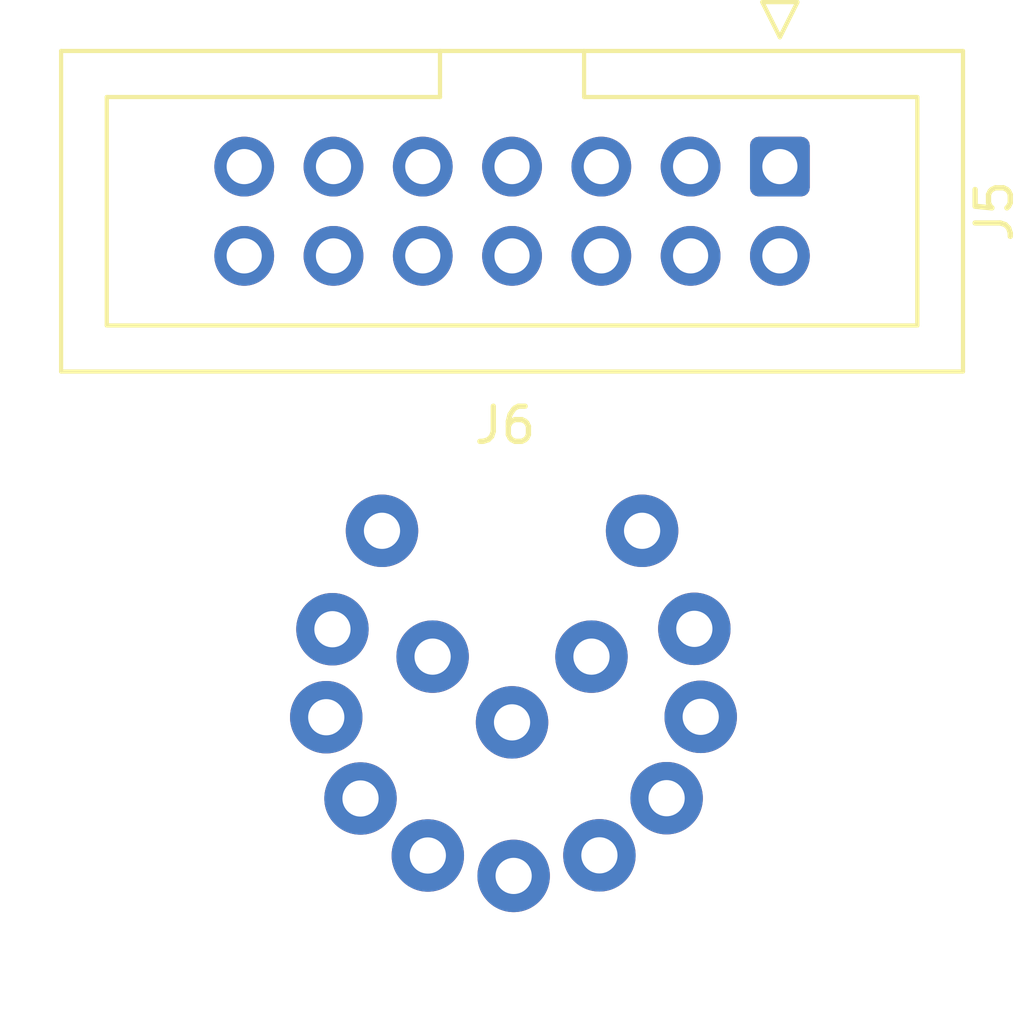
<source format=kicad_pcb>
(kicad_pcb (version 20210126) (generator pcbnew)
  (layers (0 "F.Cu" signal) (31 "B.Cu" signal) (34 "B.Paste" user) (35 "F.Paste" user) (36 "B.SilkS" user "B.Silkscreen") (37 "F.SilkS" user "F.Silkscreen") (38 "B.Mask" user) (39 "F.Mask" user) (44 "Edge.Cuts" user))
  (net 0 "")
  (net 1 "/FLOPPY_READY")
  (net 2 "/FLOPPY_READ_DATA")
  (net 3 "/FLOPPY_TRACK_00")
  (net 4 "/FLOPPY_WRITE_DATA")
  (net 5 "/FLOPPY_STEP_DIRECTION")
  (net 6 "/FLOPPY_SELECT_B")
  (net 7 "/FLOPPY_INDEX")
  (net 8 "/FLOPPY_SIDE_SELECT")
  (net 9 "/FLOPPY_WRITE_PROTECT")
  (net 10 "/FLOPPY_WRITE_GATE")
  (net 11 "/FLOPPY_STEP")
  (net 12 "/FLOPPY_MOTOR_ON")
  (net 13 "/FLOPPY_SELECT_A")
  (net 14 "/FLOPPY_DISKCHANGE")
  (net 15 "GND")
  (footprint "parts:DIN14" (layer "F.Cu") (at 123.825 73.365)
    (fp_text reference "J6" (at -0.2 -1.232988 unlocked) (layer "F.SilkS"))
    (fp_text value "ATARI")
    (pad "1" thru_hole circle (at 0.045497 11.585793 180) (size 2.06 2.06) (drill 1.03) (layers *.Cu *.Mask) (net 2 "/FLOPPY_READ_DATA"))
    (pad "2" thru_hole circle (at -2.396013 11.004971 180) (size 2.06 2.06) (drill 1.03) (layers *.Cu *.Mask) (net 8 "/FLOPPY_SIDE_SELECT"))
    (pad "3" thru_hole circle (at 2.485819 11 180) (size 2.06 2.06) (drill 1.03) (layers *.Cu *.Mask) (net 15 "GND"))
    (pad "4" thru_hole circle (at -4.311125 9.383037 180) (size 2.06 2.06) (drill 1.03) (layers *.Cu *.Mask) (net 7 "/FLOPPY_INDEX"))
    (pad "5" thru_hole circle (at 4.397625 9.374168 180) (size 2.06 2.06) (drill 1.03) (layers *.Cu *.Mask) (net 13 "/FLOPPY_SELECT_A"))
    (pad "6" thru_hole circle (at -5.286009 7.070478 180) (size 2.06 2.06) (drill 1.03) (layers *.Cu *.Mask) (net 6 "/FLOPPY_SELECT_B"))
    (pad "7" thru_hole circle (at 5.367797 7.059628 180) (size 2.06 2.06) (drill 1.03) (layers *.Cu *.Mask) (net 15 "GND"))
    (pad "8" thru_hole circle (at -5.11 4.567012 180) (size 2.06 2.06) (drill 1.03) (layers *.Cu *.Mask) (net 12 "/FLOPPY_MOTOR_ON"))
    (pad "9" thru_hole circle (at 5.186688 4.556528 180) (size 2.06 2.06) (drill 1.03) (layers *.Cu *.Mask) (net 5 "/FLOPPY_STEP_DIRECTION"))
    (pad "10" thru_hole circle (at -3.7 1.767012 180) (size 2.06 2.06) (drill 1.03) (layers *.Cu *.Mask) (net 11 "/FLOPPY_STEP"))
    (pad "11" thru_hole circle (at 3.7 1.767012 180) (size 2.06 2.06) (drill 1.03) (layers *.Cu *.Mask) (net 4 "/FLOPPY_WRITE_DATA"))
    (pad "12" thru_hole circle (at -2.26 5.347012 180) (size 2.06 2.06) (drill 1.03) (layers *.Cu *.Mask) (net 10 "/FLOPPY_WRITE_GATE"))
    (pad "13" thru_hole circle (at 2.26 5.347012 180) (size 2.06 2.06) (drill 1.03) (layers *.Cu *.Mask) (net 3 "/FLOPPY_TRACK_00"))
    (pad "14" thru_hole circle (at 0 7.217012 180) (size 2.06 2.06) (drill 1.03) (layers *.Cu *.Mask) (net 9 "/FLOPPY_WRITE_PROTECT"))
  )
  (footprint "Connector_IDC:IDC-Header_2x07_P2.54mm_Vertical" (layer "F.Cu") (at 131.445 64.77 -90)
    (fp_text reference "J5" (at 1.27 -6.1 90) (layer "F.SilkS"))
    (fp_text value "ADAPTER")
    (fp_line (start -4.68 0.5) (end -3.68 0) (layer "F.SilkS") (width 0.12))
    (fp_line (start -3.29 20.45) (end -3.29 -5.21) (layer "F.SilkS") (width 0.12))
    (fp_line (start -3.68 0) (end -4.68 -0.5) (layer "F.SilkS") (width 0.12))
    (fp_line (start -3.29 5.57) (end -1.98 5.57) (layer "F.SilkS") (width 0.12))
    (fp_line (start -1.98 5.57) (end -1.98 -3.91) (layer "F.SilkS") (width 0.12))
    (fp_line (start -3.29 -5.21) (end 5.83 -5.21) (layer "F.SilkS") (width 0.12))
    (fp_line (start -1.98 19.15) (end -1.98 9.67) (layer "F.SilkS") (width 0.12))
    (fp_line (start 4.52 19.15) (end -1.98 19.15) (layer "F.SilkS") (width 0.12))
    (fp_line (start -4.68 -0.5) (end -4.68 0.5) (layer "F.SilkS") (width 0.12))
    (fp_line (start -1.98 -3.91) (end 4.52 -3.91) (layer "F.SilkS") (width 0.12))
    (fp_line (start -1.98 9.67) (end -3.29 9.67) (layer "F.SilkS") (width 0.12))
    (fp_line (start 4.52 -3.91) (end 4.52 19.15) (layer "F.SilkS") (width 0.12))
    (fp_line (start 5.83 -5.21) (end 5.83 20.45) (layer "F.SilkS") (width 0.12))
    (fp_line (start -1.98 9.67) (end -1.98 9.67) (layer "F.SilkS") (width 0.12))
    (fp_line (start 5.83 20.45) (end -3.29 20.45) (layer "F.SilkS") (width 0.12))
    (pad "1" thru_hole roundrect (at 0 0 270) (size 1.7 1.7) (drill 1) (layers *.Cu *.Mask) (roundrect_rratio 0.147059) (net 14 "/FLOPPY_DISKCHANGE"))
    (pad "2" thru_hole circle (at 2.54 0 270) (size 1.7 1.7) (drill 1) (layers *.Cu *.Mask) (net 7 "/FLOPPY_INDEX"))
    (pad "3" thru_hole circle (at 0 2.54 270) (size 1.7 1.7) (drill 1) (layers *.Cu *.Mask) (net 13 "/FLOPPY_SELECT_A"))
    (pad "4" thru_hole circle (at 2.54 2.54 270) (size 1.7 1.7) (drill 1) (layers *.Cu *.Mask) (net 6 "/FLOPPY_SELECT_B"))
    (pad "5" thru_hole circle (at 0 5.08 270) (size 1.7 1.7) (drill 1) (layers *.Cu *.Mask) (net 12 "/FLOPPY_MOTOR_ON"))
    (pad "6" thru_hole circle (at 2.54 5.08 270) (size 1.7 1.7) (drill 1) (layers *.Cu *.Mask) (net 5 "/FLOPPY_STEP_DIRECTION"))
    (pad "7" thru_hole circle (at 0 7.62 270) (size 1.7 1.7) (drill 1) (layers *.Cu *.Mask) (net 11 "/FLOPPY_STEP"))
    (pad "8" thru_hole circle (at 2.54 7.62 270) (size 1.7 1.7) (drill 1) (layers *.Cu *.Mask) (net 4 "/FLOPPY_WRITE_DATA"))
    (pad "9" thru_hole circle (at 0 10.16 270) (size 1.7 1.7) (drill 1) (layers *.Cu *.Mask) (net 10 "/FLOPPY_WRITE_GATE"))
    (pad "10" thru_hole circle (at 2.54 10.16 270) (size 1.7 1.7) (drill 1) (layers *.Cu *.Mask) (net 3 "/FLOPPY_TRACK_00"))
    (pad "11" thru_hole circle (at 0 12.7 270) (size 1.7 1.7) (drill 1) (layers *.Cu *.Mask) (net 9 "/FLOPPY_WRITE_PROTECT"))
    (pad "12" thru_hole circle (at 2.54 12.7 270) (size 1.7 1.7) (drill 1) (layers *.Cu *.Mask) (net 2 "/FLOPPY_READ_DATA"))
    (pad "13" thru_hole circle (at 0 15.24 270) (size 1.7 1.7) (drill 1) (layers *.Cu *.Mask) (net 8 "/FLOPPY_SIDE_SELECT"))
    (pad "14" thru_hole circle (at 2.54 15.24 270) (size 1.7 1.7) (drill 1) (layers *.Cu *.Mask) (net 1 "/FLOPPY_READY"))
  )
)
</source>
